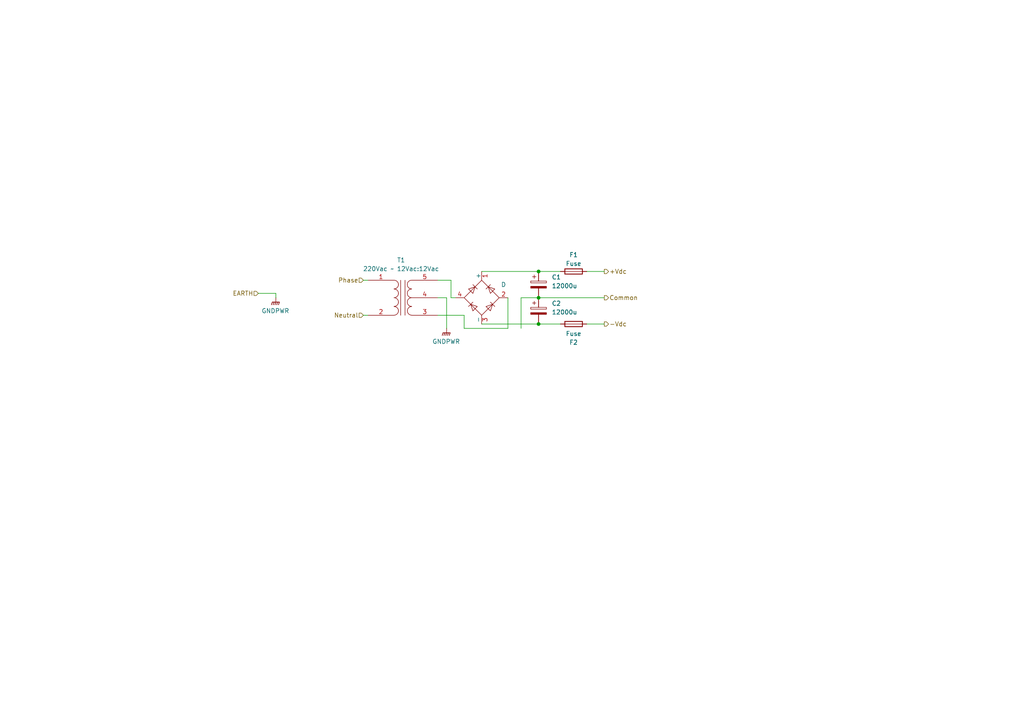
<source format=kicad_sch>
(kicad_sch (version 20231120) (generator "eeschema") (generator_version "8.0")
  (paper "A4")
  (lib_symbols
    (symbol "Device:C_Polarized" (pin_numbers hide) (pin_names (offset 0.254))
      (property "Reference" "C" (at 0.635 2.54 0))
      (property "Value" "C_Polarized" (at 0.635 -2.54 0))
      (symbol "C_Polarized_0_1"
        (rectangle (start -2.286 0.508) (end 2.286 1.016))
        (polyline (pts (xy -1.778 2.286) (xy -0.762 2.286)))
        (polyline (pts (xy -1.27 2.794) (xy -1.27 1.778)))
        (rectangle (start 2.286 -0.508) (end -2.286 -1.016) (fill (type outline)))
      )
      (symbol "C_Polarized_1_1"
        (pin passive line (at 0 3.81 270) (length 2.794) (name "~") (number "1"))
        (pin passive line (at 0 -3.81 90) (length 2.794) (name "~") (number "2"))
      )
    )
    (symbol "Device:Fuse" (pin_numbers hide) (pin_names (offset 0))
      (property "Reference" "F" (at 2.032 0 90))
      (property "Value" "Fuse" (at -1.905 0 90))
      (symbol "Fuse_0_1"
        (rectangle (start -0.762 -2.54) (end 0.762 2.54) (stroke (width 0.254)))
        (polyline (pts (xy 0 2.54) (xy 0 -2.54)))
      )
      (symbol "Fuse_1_1"
        (pin passive line (at 0 3.81 270) (length 1.27) (name "~") (number "1"))
        (pin passive line (at 0 -3.81 90) (length 1.27) (name "~") (number "2"))
      )
    )
    (symbol "Device:Transformer_1P_SS" (pin_names (offset 1.016) hide)
      (property "Reference" "T" (at 0 6.35 0))
      (property "Value" "Transformer_1P_SS" (at 0 -7.62 0))
      (symbol "Transformer_1P_SS_0_1"
        (arc (start -2.54 -5.0546) (mid -1.6599 -4.6901) (end -1.27 -3.81))
        (arc (start -2.54 -2.5146) (mid -1.6599 -2.1501) (end -1.27 -1.27))
        (arc (start -2.54 0.0254) (mid -1.6599 0.3899) (end -1.27 1.27))
        (arc (start -2.54 2.5654) (mid -1.6599 2.9299) (end -1.27 3.81))
        (arc (start -1.27 -3.81) (mid -1.642 -2.912) (end -2.54 -2.54))
        (arc (start -1.27 -1.27) (mid -1.642 -0.372) (end -2.54 0))
        (arc (start -1.27 1.27) (mid -1.642 2.168) (end -2.54 2.54))
        (arc (start -1.27 3.81) (mid -1.642 4.708) (end -2.54 5.08))
        (polyline (pts (xy -0.635 5.08) (xy -0.635 -5.08)))
        (polyline (pts (xy 0.635 -5.08) (xy 0.635 5.08)))
        (arc (start 1.2954 -1.27) (mid 1.6599 -2.1501) (end 2.54 -2.5146))
        (arc (start 1.2954 1.27) (mid 1.6599 0.3899) (end 2.54 0.0254))
        (arc (start 1.2954 3.81) (mid 1.6599 2.9299) (end 2.54 2.5654))
        (arc (start 1.3208 -3.81) (mid 1.6853 -4.6901) (end 2.5654 -5.0546))
        (arc (start 2.54 0) (mid 1.642 -0.372) (end 1.2954 -1.27))
        (arc (start 2.54 2.54) (mid 1.642 2.168) (end 1.2954 1.27))
        (arc (start 2.54 5.08) (mid 1.642 4.708) (end 1.2954 3.81))
        (arc (start 2.5654 -2.54) (mid 1.6674 -2.912) (end 1.3208 -3.81))
      )
      (symbol "Transformer_1P_SS_1_1"
        (pin passive line (at -10.16 5.08 0) (length 7.62) (name "AA") (number "1"))
        (pin passive line (at -10.16 -5.08 0) (length 7.62) (name "AB") (number "2"))
        (pin passive line (at 10.16 -5.08 180) (length 7.62) (name "SA") (number "3"))
        (pin passive line (at 10.16 0 180) (length 7.62) (name "SC") (number "4"))
        (pin passive line (at 10.16 5.08 180) (length 7.62) (name "SB") (number "5"))
      )
    )
    (symbol "Diode_Bridge:RB151" (pin_names (offset 0))
      (property "Reference" "D" (at 2.54 6.985 0))
      (property "Value" "RB151" (at 2.54 5.08 0))
      (symbol "RB151_0_1"
        (polyline (pts (xy -2.54 3.81) (xy -1.27 2.54)))
        (polyline (pts (xy -1.27 -2.54) (xy -2.54 -3.81)))
        (polyline (pts (xy 2.54 -1.27) (xy 3.81 -2.54)))
        (polyline (pts (xy 2.54 1.27) (xy 3.81 2.54)))
        (polyline (pts (xy -3.81 2.54) (xy -2.54 1.27) (xy -1.905 3.175) (xy -3.81 2.54)))
        (polyline (pts (xy -2.54 -1.27) (xy -3.81 -2.54) (xy -1.905 -3.175) (xy -2.54 -1.27)))
        (polyline (pts (xy 1.27 2.54) (xy 2.54 3.81) (xy 3.175 1.905) (xy 1.27 2.54)))
        (polyline (pts (xy 3.175 -1.905) (xy 1.27 -2.54) (xy 2.54 -3.81) (xy 3.175 -1.905)))
        (polyline (pts (xy -5.08 0) (xy 0 -5.08) (xy 5.08 0) (xy 0 5.08) (xy -5.08 0)))
      )
      (symbol "RB151_1_1"
        (pin passive line (at 7.62 0 180) (length 2.54) (name "+") (number "1"))
        (pin passive line (at 0 -7.62 90) (length 2.54) (name "~") (number "2"))
        (pin passive line (at -7.62 0 0) (length 2.54) (name "-") (number "3"))
        (pin passive line (at 0 7.62 270) (length 2.54) (name "~") (number "4"))
      )
    )
    (symbol "power:GNDPWR" (power) (pin_numbers hide) (pin_names (offset 0) hide)
      (property "Value" "GNDPWR" (at 0 -3.302 0))
      (symbol "GNDPWR_0_1"
        (polyline (pts (xy 0 -1.27) (xy 0 0)))
        (polyline (pts (xy -1.016 -1.27) (xy -1.27 -2.032) (xy -1.27 -2.032)) (stroke (width 0.2032)))
        (polyline (pts (xy -0.508 -1.27) (xy -0.762 -2.032) (xy -0.762 -2.032)) (stroke (width 0.2032)))
        (polyline (pts (xy 0 -1.27) (xy -0.254 -2.032) (xy -0.254 -2.032)) (stroke (width 0.2032)))
        (polyline (pts (xy 0.508 -1.27) (xy 0.254 -2.032) (xy 0.254 -2.032)) (stroke (width 0.2032)))
        (polyline (pts (xy 1.016 -1.27) (xy -1.016 -1.27) (xy -1.016 -1.27)) (stroke (width 0.2032)))
        (polyline (pts (xy 1.016 -1.27) (xy 0.762 -2.032) (xy 0.762 -2.032) (xy 0.762 -2.032)) (stroke (width 0.2032)))
      )
      (symbol "GNDPWR_1_1"
        (pin power_in line (at 0 0 270) (length 0) (name "~") (number "1"))
      )
    )
  )
  (junction (at 156.21 93.98))
  (junction (at 156.21 86.36))
  (junction (at 156.21 78.74))
  (wire (pts (xy 156.21 93.98) (xy 162.56 93.98)))
  (wire (pts (xy 129.54 86.36) (xy 127 86.36)))
  (wire (pts (xy 170.18 93.98) (xy 175.26 93.98)))
  (wire (pts (xy 151.13 86.36) (xy 151.13 95.25)))
  (wire (pts (xy 139.7 93.98) (xy 156.21 93.98)))
  (wire (pts (xy 147.32 95.25) (xy 147.32 86.36)))
  (wire (pts (xy 139.7 78.74) (xy 156.21 78.74)))
  (wire (pts (xy 127 81.28) (xy 130.81 81.28)))
  (wire (pts (xy 130.81 86.36) (xy 132.08 86.36)))
  (wire (pts (xy 134.62 91.44) (xy 134.62 95.25)))
  (wire (pts (xy 105.41 81.28) (xy 106.68 81.28)))
  (wire (pts (xy 156.21 86.36) (xy 175.26 86.36)))
  (wire (pts (xy 130.81 81.28) (xy 130.81 86.36)))
  (wire (pts (xy 170.18 78.74) (xy 175.26 78.74)))
  (wire (pts (xy 156.21 78.74) (xy 162.56 78.74)))
  (wire (pts (xy 129.54 95.25) (xy 129.54 86.36)))
  (wire (pts (xy 134.62 95.25) (xy 147.32 95.25)))
  (wire (pts (xy 127 91.44) (xy 134.62 91.44)))
  (wire (pts (xy 80.01 85.09) (xy 80.01 86.36)))
  (wire (pts (xy 156.21 86.36) (xy 151.13 86.36)))
  (wire (pts (xy 105.41 91.44) (xy 106.68 91.44)))
  (wire (pts (xy 74.93 85.09) (xy 80.01 85.09)))
  (hierarchical_label "-Vdc" (shape output) (at 175.26 93.98 0))
  (hierarchical_label "Phase" (shape input) (at 105.41 81.28 180))
  (hierarchical_label "Common" (shape output) (at 175.26 86.36 0))
  (hierarchical_label "Neutral" (shape input) (at 105.41 91.44 180))
  (hierarchical_label "EARTH" (shape input) (at 74.93 85.09 180))
  (hierarchical_label "+Vdc" (shape output) (at 175.26 78.74 0))
  (symbol (lib_id "power:GNDPWR") (at 129.54 95.25 0) (unit 1)
    (property "Reference" "#PWR093" (effects (hide yes)))
    (property "Value" "GNDPWR" (at 129.413 99.06 0))
    (property "Description" "Power symbol creates a global label with name \"GNDPWR\" , global ground" (effects (hide yes)))
  )
  (symbol (lib_id "Device:Fuse") (at 166.37 78.74 90) (unit 1)
    (property "Reference" "F1" (at 166.37 73.914 90))
    (property "Value" "Fuse" (at 166.37 76.454 90))
    (property "Description" "Fuse" (effects (hide yes)))
  )
  (symbol (lib_id "Device:C_Polarized") (at 156.21 82.55 0) (unit 1)
    (property "Reference" "C1" (at 160.02 80.3909 0) (effects (justify left)))
    (property "Value" "12000u" (at 160.02 82.9309 0) (effects (justify left)))
    (property "Description" "Polarized capacitor" (effects (hide yes)))
  )
  (symbol (lib_id "Device:Transformer_1P_SS") (at 116.84 86.36 0) (unit 1)
    (property "Reference" "T1" (at 116.332 75.438 0))
    (property "Value" "220Vac ~ 12Vac:12Vac" (at 116.332 77.978 0))
    (property "Description" "Transformer, single primary, split secondary" (effects (hide yes)))
  )
  (symbol (lib_id "Diode_Bridge:RB151") (at 139.7 86.36 90) (unit 1)
    (property "Reference" "D" (at 146.05 82.55 90))
    (property "Value" "RB151" (effects (hide yes)))
    (property "Footprint" "Diode_THT:Diode_Bridge_Round_D9.0mm" (effects (hide yes)))
    (property "Datasheet" "https://www.rectron.com/public/product_datasheets/rb151-rb157.pdf" (effects (hide yes)))
    (property "Description" "Single-Phase Bridge Rectifier, 35V Vrms, 1.5A If, WOG-like package" (effects (hide yes)))
  )
  (symbol (lib_id "Device:Fuse") (at 166.37 93.98 90) (mirror x) (unit 1)
    (property "Reference" "F2" (at 166.37 99.314 90))
    (property "Value" "Fuse" (at 166.37 96.774 90))
    (property "Description" "Fuse" (effects (hide yes)))
  )
  (symbol (lib_id "Device:C_Polarized") (at 156.21 90.17 0) (unit 1)
    (property "Reference" "C2" (at 160.02 88.0109 0) (effects (justify left)))
    (property "Value" "12000u" (at 160.02 90.5509 0) (effects (justify left)))
    (property "Description" "Polarized capacitor" (effects (hide yes)))
  )
  (symbol (lib_id "power:GNDPWR") (at 80.01 86.36 0) (unit 1)
    (property "Reference" "#PWR095" (effects (hide yes)))
    (property "Value" "GNDPWR" (at 79.883 90.17 0))
    (property "Description" "Power symbol creates a global label with name \"GNDPWR\" , global ground" (effects (hide yes)))
  )
)
</source>
